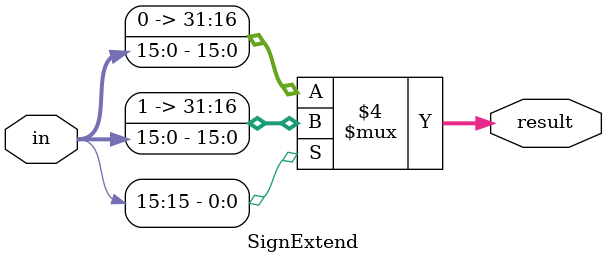
<source format=v>
module SignExtend(in, result);
	
	input [15:0] in;
	output reg[31:0] result;
	always @(in) begin
			
		if(in[15] == 0) begin
			
			result <= {16'b0, in};
		end else begin
			
			result <= {16'b1111111111111111, in};
		end
		
	end
	
endmodule

</source>
